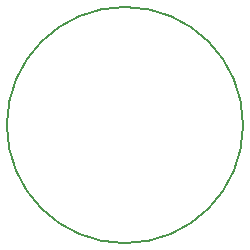
<source format=gbr>
G04 #@! TF.GenerationSoftware,KiCad,Pcbnew,5.1.4-e60b266~84~ubuntu18.04.1*
G04 #@! TF.CreationDate,2019-11-06T11:35:47-05:00*
G04 #@! TF.ProjectId,datapod,64617461-706f-4642-9e6b-696361645f70,1*
G04 #@! TF.SameCoordinates,Original*
G04 #@! TF.FileFunction,Drawing*
%FSLAX46Y46*%
G04 Gerber Fmt 4.6, Leading zero omitted, Abs format (unit mm)*
G04 Created by KiCad (PCBNEW 5.1.4-e60b266~84~ubuntu18.04.1) date 2019-11-06 11:35:47*
%MOMM*%
%LPD*%
G04 APERTURE LIST*
%ADD10C,0.150000*%
G04 APERTURE END LIST*
D10*
X58260000Y-59690000D02*
G75*
G03X58260000Y-59690000I-10000000J0D01*
G01*
M02*

</source>
